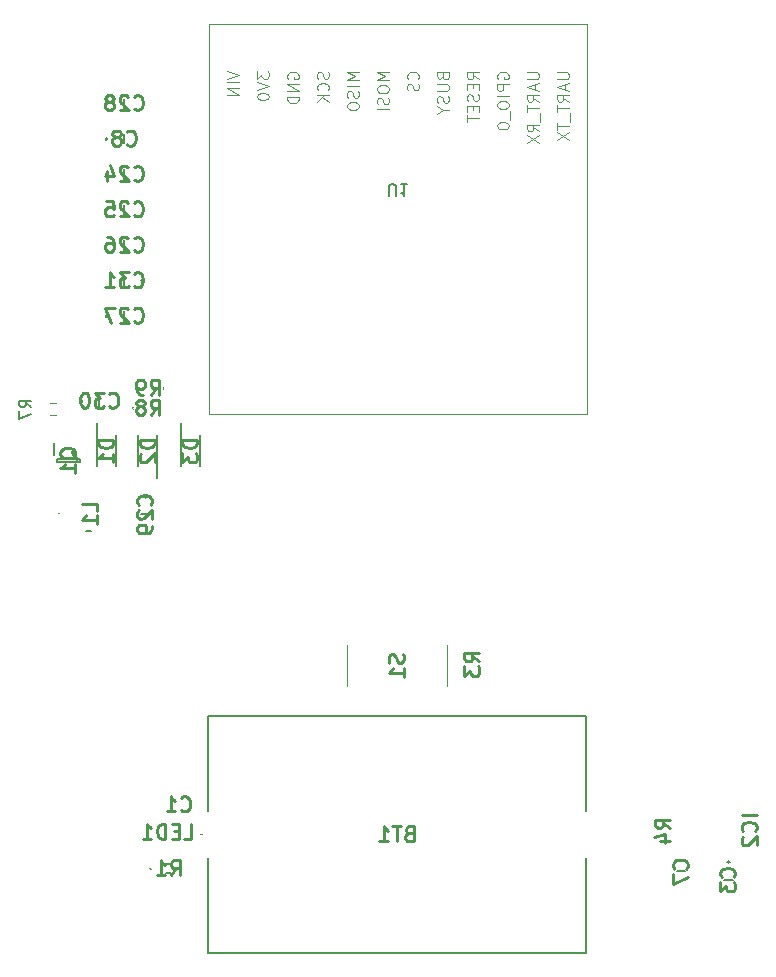
<source format=gbr>
%TF.GenerationSoftware,KiCad,Pcbnew,9.0.6*%
%TF.CreationDate,2025-12-08T21:47:26-05:00*%
%TF.ProjectId,electrical,656c6563-7472-4696-9361-6c2e6b696361,rev?*%
%TF.SameCoordinates,Original*%
%TF.FileFunction,Legend,Bot*%
%TF.FilePolarity,Positive*%
%FSLAX46Y46*%
G04 Gerber Fmt 4.6, Leading zero omitted, Abs format (unit mm)*
G04 Created by KiCad (PCBNEW 9.0.6) date 2025-12-08 21:47:26*
%MOMM*%
%LPD*%
G01*
G04 APERTURE LIST*
%ADD10C,0.254000*%
%ADD11C,0.150000*%
%ADD12C,0.100000*%
%ADD13C,0.200000*%
%ADD14C,0.120000*%
G04 APERTURE END LIST*
D10*
X138004318Y-98692618D02*
X136734318Y-98692618D01*
X136734318Y-98692618D02*
X136734318Y-98994999D01*
X136734318Y-98994999D02*
X136794794Y-99176428D01*
X136794794Y-99176428D02*
X136915746Y-99297380D01*
X136915746Y-99297380D02*
X137036699Y-99357857D01*
X137036699Y-99357857D02*
X137278603Y-99418333D01*
X137278603Y-99418333D02*
X137460032Y-99418333D01*
X137460032Y-99418333D02*
X137701937Y-99357857D01*
X137701937Y-99357857D02*
X137822889Y-99297380D01*
X137822889Y-99297380D02*
X137943842Y-99176428D01*
X137943842Y-99176428D02*
X138004318Y-98994999D01*
X138004318Y-98994999D02*
X138004318Y-98692618D01*
X136855270Y-99902142D02*
X136794794Y-99962618D01*
X136794794Y-99962618D02*
X136734318Y-100083571D01*
X136734318Y-100083571D02*
X136734318Y-100385952D01*
X136734318Y-100385952D02*
X136794794Y-100506904D01*
X136794794Y-100506904D02*
X136855270Y-100567380D01*
X136855270Y-100567380D02*
X136976222Y-100627857D01*
X136976222Y-100627857D02*
X137097175Y-100627857D01*
X137097175Y-100627857D02*
X137278603Y-100567380D01*
X137278603Y-100567380D02*
X138004318Y-99841666D01*
X138004318Y-99841666D02*
X138004318Y-100627857D01*
X188983518Y-130519037D02*
X187713518Y-130519037D01*
X188862565Y-131849514D02*
X188923042Y-131789038D01*
X188923042Y-131789038D02*
X188983518Y-131607609D01*
X188983518Y-131607609D02*
X188983518Y-131486657D01*
X188983518Y-131486657D02*
X188923042Y-131305228D01*
X188923042Y-131305228D02*
X188802089Y-131184276D01*
X188802089Y-131184276D02*
X188681137Y-131123799D01*
X188681137Y-131123799D02*
X188439232Y-131063323D01*
X188439232Y-131063323D02*
X188257803Y-131063323D01*
X188257803Y-131063323D02*
X188015899Y-131123799D01*
X188015899Y-131123799D02*
X187894946Y-131184276D01*
X187894946Y-131184276D02*
X187773994Y-131305228D01*
X187773994Y-131305228D02*
X187713518Y-131486657D01*
X187713518Y-131486657D02*
X187713518Y-131607609D01*
X187713518Y-131607609D02*
X187773994Y-131789038D01*
X187773994Y-131789038D02*
X187834470Y-131849514D01*
X187834470Y-132333323D02*
X187773994Y-132393799D01*
X187773994Y-132393799D02*
X187713518Y-132514752D01*
X187713518Y-132514752D02*
X187713518Y-132817133D01*
X187713518Y-132817133D02*
X187773994Y-132938085D01*
X187773994Y-132938085D02*
X187834470Y-132998561D01*
X187834470Y-132998561D02*
X187955422Y-133059038D01*
X187955422Y-133059038D02*
X188076375Y-133059038D01*
X188076375Y-133059038D02*
X188257803Y-132998561D01*
X188257803Y-132998561D02*
X188983518Y-132272847D01*
X188983518Y-132272847D02*
X188983518Y-133059038D01*
X136246428Y-88683365D02*
X136306904Y-88743842D01*
X136306904Y-88743842D02*
X136488333Y-88804318D01*
X136488333Y-88804318D02*
X136609285Y-88804318D01*
X136609285Y-88804318D02*
X136790714Y-88743842D01*
X136790714Y-88743842D02*
X136911666Y-88622889D01*
X136911666Y-88622889D02*
X136972143Y-88501937D01*
X136972143Y-88501937D02*
X137032619Y-88260032D01*
X137032619Y-88260032D02*
X137032619Y-88078603D01*
X137032619Y-88078603D02*
X136972143Y-87836699D01*
X136972143Y-87836699D02*
X136911666Y-87715746D01*
X136911666Y-87715746D02*
X136790714Y-87594794D01*
X136790714Y-87594794D02*
X136609285Y-87534318D01*
X136609285Y-87534318D02*
X136488333Y-87534318D01*
X136488333Y-87534318D02*
X136306904Y-87594794D01*
X136306904Y-87594794D02*
X136246428Y-87655270D01*
X135762619Y-87655270D02*
X135702143Y-87594794D01*
X135702143Y-87594794D02*
X135581190Y-87534318D01*
X135581190Y-87534318D02*
X135278809Y-87534318D01*
X135278809Y-87534318D02*
X135157857Y-87594794D01*
X135157857Y-87594794D02*
X135097381Y-87655270D01*
X135097381Y-87655270D02*
X135036904Y-87776222D01*
X135036904Y-87776222D02*
X135036904Y-87897175D01*
X135036904Y-87897175D02*
X135097381Y-88078603D01*
X135097381Y-88078603D02*
X135823095Y-88804318D01*
X135823095Y-88804318D02*
X135036904Y-88804318D01*
X134613571Y-87534318D02*
X133766904Y-87534318D01*
X133766904Y-87534318D02*
X134311190Y-88804318D01*
X139391666Y-135604318D02*
X139815000Y-134999556D01*
X140117381Y-135604318D02*
X140117381Y-134334318D01*
X140117381Y-134334318D02*
X139633571Y-134334318D01*
X139633571Y-134334318D02*
X139512619Y-134394794D01*
X139512619Y-134394794D02*
X139452142Y-134455270D01*
X139452142Y-134455270D02*
X139391666Y-134576222D01*
X139391666Y-134576222D02*
X139391666Y-134757651D01*
X139391666Y-134757651D02*
X139452142Y-134878603D01*
X139452142Y-134878603D02*
X139512619Y-134939080D01*
X139512619Y-134939080D02*
X139633571Y-134999556D01*
X139633571Y-134999556D02*
X140117381Y-134999556D01*
X138182142Y-135604318D02*
X138907857Y-135604318D01*
X138545000Y-135604318D02*
X138545000Y-134334318D01*
X138545000Y-134334318D02*
X138665952Y-134515746D01*
X138665952Y-134515746D02*
X138786904Y-134636699D01*
X138786904Y-134636699D02*
X138907857Y-134697175D01*
X134504318Y-98692618D02*
X133234318Y-98692618D01*
X133234318Y-98692618D02*
X133234318Y-98994999D01*
X133234318Y-98994999D02*
X133294794Y-99176428D01*
X133294794Y-99176428D02*
X133415746Y-99297380D01*
X133415746Y-99297380D02*
X133536699Y-99357857D01*
X133536699Y-99357857D02*
X133778603Y-99418333D01*
X133778603Y-99418333D02*
X133960032Y-99418333D01*
X133960032Y-99418333D02*
X134201937Y-99357857D01*
X134201937Y-99357857D02*
X134322889Y-99297380D01*
X134322889Y-99297380D02*
X134443842Y-99176428D01*
X134443842Y-99176428D02*
X134504318Y-98994999D01*
X134504318Y-98994999D02*
X134504318Y-98692618D01*
X134504318Y-100627857D02*
X134504318Y-99902142D01*
X134504318Y-100264999D02*
X133234318Y-100264999D01*
X133234318Y-100264999D02*
X133415746Y-100144047D01*
X133415746Y-100144047D02*
X133536699Y-100023095D01*
X133536699Y-100023095D02*
X133597175Y-99902142D01*
D11*
X127559819Y-95963333D02*
X127083628Y-95630000D01*
X127559819Y-95391905D02*
X126559819Y-95391905D01*
X126559819Y-95391905D02*
X126559819Y-95772857D01*
X126559819Y-95772857D02*
X126607438Y-95868095D01*
X126607438Y-95868095D02*
X126655057Y-95915714D01*
X126655057Y-95915714D02*
X126750295Y-95963333D01*
X126750295Y-95963333D02*
X126893152Y-95963333D01*
X126893152Y-95963333D02*
X126988390Y-95915714D01*
X126988390Y-95915714D02*
X127036009Y-95868095D01*
X127036009Y-95868095D02*
X127083628Y-95772857D01*
X127083628Y-95772857D02*
X127083628Y-95391905D01*
X126559819Y-96296667D02*
X126559819Y-96963333D01*
X126559819Y-96963333D02*
X127559819Y-96534762D01*
D10*
X165504318Y-117468333D02*
X164899556Y-117044999D01*
X165504318Y-116742618D02*
X164234318Y-116742618D01*
X164234318Y-116742618D02*
X164234318Y-117226428D01*
X164234318Y-117226428D02*
X164294794Y-117347380D01*
X164294794Y-117347380D02*
X164355270Y-117407857D01*
X164355270Y-117407857D02*
X164476222Y-117468333D01*
X164476222Y-117468333D02*
X164657651Y-117468333D01*
X164657651Y-117468333D02*
X164778603Y-117407857D01*
X164778603Y-117407857D02*
X164839080Y-117347380D01*
X164839080Y-117347380D02*
X164899556Y-117226428D01*
X164899556Y-117226428D02*
X164899556Y-116742618D01*
X164234318Y-117891666D02*
X164234318Y-118677857D01*
X164234318Y-118677857D02*
X164718127Y-118254523D01*
X164718127Y-118254523D02*
X164718127Y-118435952D01*
X164718127Y-118435952D02*
X164778603Y-118556904D01*
X164778603Y-118556904D02*
X164839080Y-118617380D01*
X164839080Y-118617380D02*
X164960032Y-118677857D01*
X164960032Y-118677857D02*
X165262413Y-118677857D01*
X165262413Y-118677857D02*
X165383365Y-118617380D01*
X165383365Y-118617380D02*
X165443842Y-118556904D01*
X165443842Y-118556904D02*
X165504318Y-118435952D01*
X165504318Y-118435952D02*
X165504318Y-118073095D01*
X165504318Y-118073095D02*
X165443842Y-117952142D01*
X165443842Y-117952142D02*
X165383365Y-117891666D01*
X136246428Y-85683365D02*
X136306904Y-85743842D01*
X136306904Y-85743842D02*
X136488333Y-85804318D01*
X136488333Y-85804318D02*
X136609285Y-85804318D01*
X136609285Y-85804318D02*
X136790714Y-85743842D01*
X136790714Y-85743842D02*
X136911666Y-85622889D01*
X136911666Y-85622889D02*
X136972143Y-85501937D01*
X136972143Y-85501937D02*
X137032619Y-85260032D01*
X137032619Y-85260032D02*
X137032619Y-85078603D01*
X137032619Y-85078603D02*
X136972143Y-84836699D01*
X136972143Y-84836699D02*
X136911666Y-84715746D01*
X136911666Y-84715746D02*
X136790714Y-84594794D01*
X136790714Y-84594794D02*
X136609285Y-84534318D01*
X136609285Y-84534318D02*
X136488333Y-84534318D01*
X136488333Y-84534318D02*
X136306904Y-84594794D01*
X136306904Y-84594794D02*
X136246428Y-84655270D01*
X135823095Y-84534318D02*
X135036904Y-84534318D01*
X135036904Y-84534318D02*
X135460238Y-85018127D01*
X135460238Y-85018127D02*
X135278809Y-85018127D01*
X135278809Y-85018127D02*
X135157857Y-85078603D01*
X135157857Y-85078603D02*
X135097381Y-85139080D01*
X135097381Y-85139080D02*
X135036904Y-85260032D01*
X135036904Y-85260032D02*
X135036904Y-85562413D01*
X135036904Y-85562413D02*
X135097381Y-85683365D01*
X135097381Y-85683365D02*
X135157857Y-85743842D01*
X135157857Y-85743842D02*
X135278809Y-85804318D01*
X135278809Y-85804318D02*
X135641666Y-85804318D01*
X135641666Y-85804318D02*
X135762619Y-85743842D01*
X135762619Y-85743842D02*
X135823095Y-85683365D01*
X133827380Y-85804318D02*
X134553095Y-85804318D01*
X134190238Y-85804318D02*
X134190238Y-84534318D01*
X134190238Y-84534318D02*
X134311190Y-84715746D01*
X134311190Y-84715746D02*
X134432142Y-84836699D01*
X134432142Y-84836699D02*
X134553095Y-84897175D01*
X135641666Y-73683365D02*
X135702142Y-73743842D01*
X135702142Y-73743842D02*
X135883571Y-73804318D01*
X135883571Y-73804318D02*
X136004523Y-73804318D01*
X136004523Y-73804318D02*
X136185952Y-73743842D01*
X136185952Y-73743842D02*
X136306904Y-73622889D01*
X136306904Y-73622889D02*
X136367381Y-73501937D01*
X136367381Y-73501937D02*
X136427857Y-73260032D01*
X136427857Y-73260032D02*
X136427857Y-73078603D01*
X136427857Y-73078603D02*
X136367381Y-72836699D01*
X136367381Y-72836699D02*
X136306904Y-72715746D01*
X136306904Y-72715746D02*
X136185952Y-72594794D01*
X136185952Y-72594794D02*
X136004523Y-72534318D01*
X136004523Y-72534318D02*
X135883571Y-72534318D01*
X135883571Y-72534318D02*
X135702142Y-72594794D01*
X135702142Y-72594794D02*
X135641666Y-72655270D01*
X134915952Y-73078603D02*
X135036904Y-73018127D01*
X135036904Y-73018127D02*
X135097381Y-72957651D01*
X135097381Y-72957651D02*
X135157857Y-72836699D01*
X135157857Y-72836699D02*
X135157857Y-72776222D01*
X135157857Y-72776222D02*
X135097381Y-72655270D01*
X135097381Y-72655270D02*
X135036904Y-72594794D01*
X135036904Y-72594794D02*
X134915952Y-72534318D01*
X134915952Y-72534318D02*
X134674047Y-72534318D01*
X134674047Y-72534318D02*
X134553095Y-72594794D01*
X134553095Y-72594794D02*
X134492619Y-72655270D01*
X134492619Y-72655270D02*
X134432142Y-72776222D01*
X134432142Y-72776222D02*
X134432142Y-72836699D01*
X134432142Y-72836699D02*
X134492619Y-72957651D01*
X134492619Y-72957651D02*
X134553095Y-73018127D01*
X134553095Y-73018127D02*
X134674047Y-73078603D01*
X134674047Y-73078603D02*
X134915952Y-73078603D01*
X134915952Y-73078603D02*
X135036904Y-73139080D01*
X135036904Y-73139080D02*
X135097381Y-73199556D01*
X135097381Y-73199556D02*
X135157857Y-73320508D01*
X135157857Y-73320508D02*
X135157857Y-73562413D01*
X135157857Y-73562413D02*
X135097381Y-73683365D01*
X135097381Y-73683365D02*
X135036904Y-73743842D01*
X135036904Y-73743842D02*
X134915952Y-73804318D01*
X134915952Y-73804318D02*
X134674047Y-73804318D01*
X134674047Y-73804318D02*
X134553095Y-73743842D01*
X134553095Y-73743842D02*
X134492619Y-73683365D01*
X134492619Y-73683365D02*
X134432142Y-73562413D01*
X134432142Y-73562413D02*
X134432142Y-73320508D01*
X134432142Y-73320508D02*
X134492619Y-73199556D01*
X134492619Y-73199556D02*
X134553095Y-73139080D01*
X134553095Y-73139080D02*
X134674047Y-73078603D01*
X133104318Y-104746333D02*
X133104318Y-104141571D01*
X133104318Y-104141571D02*
X131834318Y-104141571D01*
X133104318Y-105834905D02*
X133104318Y-105109190D01*
X133104318Y-105472047D02*
X131834318Y-105472047D01*
X131834318Y-105472047D02*
X132015746Y-105351095D01*
X132015746Y-105351095D02*
X132136699Y-105230143D01*
X132136699Y-105230143D02*
X132197175Y-105109190D01*
X181661918Y-131595133D02*
X181057156Y-131171799D01*
X181661918Y-130869418D02*
X180391918Y-130869418D01*
X180391918Y-130869418D02*
X180391918Y-131353228D01*
X180391918Y-131353228D02*
X180452394Y-131474180D01*
X180452394Y-131474180D02*
X180512870Y-131534657D01*
X180512870Y-131534657D02*
X180633822Y-131595133D01*
X180633822Y-131595133D02*
X180815251Y-131595133D01*
X180815251Y-131595133D02*
X180936203Y-131534657D01*
X180936203Y-131534657D02*
X180996680Y-131474180D01*
X180996680Y-131474180D02*
X181057156Y-131353228D01*
X181057156Y-131353228D02*
X181057156Y-130869418D01*
X180815251Y-132683704D02*
X181661918Y-132683704D01*
X180331442Y-132381323D02*
X181238584Y-132078942D01*
X181238584Y-132078942D02*
X181238584Y-132865133D01*
X137666666Y-96604318D02*
X138090000Y-95999556D01*
X138392381Y-96604318D02*
X138392381Y-95334318D01*
X138392381Y-95334318D02*
X137908571Y-95334318D01*
X137908571Y-95334318D02*
X137787619Y-95394794D01*
X137787619Y-95394794D02*
X137727142Y-95455270D01*
X137727142Y-95455270D02*
X137666666Y-95576222D01*
X137666666Y-95576222D02*
X137666666Y-95757651D01*
X137666666Y-95757651D02*
X137727142Y-95878603D01*
X137727142Y-95878603D02*
X137787619Y-95939080D01*
X137787619Y-95939080D02*
X137908571Y-95999556D01*
X137908571Y-95999556D02*
X138392381Y-95999556D01*
X136940952Y-95878603D02*
X137061904Y-95818127D01*
X137061904Y-95818127D02*
X137122381Y-95757651D01*
X137122381Y-95757651D02*
X137182857Y-95636699D01*
X137182857Y-95636699D02*
X137182857Y-95576222D01*
X137182857Y-95576222D02*
X137122381Y-95455270D01*
X137122381Y-95455270D02*
X137061904Y-95394794D01*
X137061904Y-95394794D02*
X136940952Y-95334318D01*
X136940952Y-95334318D02*
X136699047Y-95334318D01*
X136699047Y-95334318D02*
X136578095Y-95394794D01*
X136578095Y-95394794D02*
X136517619Y-95455270D01*
X136517619Y-95455270D02*
X136457142Y-95576222D01*
X136457142Y-95576222D02*
X136457142Y-95636699D01*
X136457142Y-95636699D02*
X136517619Y-95757651D01*
X136517619Y-95757651D02*
X136578095Y-95818127D01*
X136578095Y-95818127D02*
X136699047Y-95878603D01*
X136699047Y-95878603D02*
X136940952Y-95878603D01*
X136940952Y-95878603D02*
X137061904Y-95939080D01*
X137061904Y-95939080D02*
X137122381Y-95999556D01*
X137122381Y-95999556D02*
X137182857Y-96120508D01*
X137182857Y-96120508D02*
X137182857Y-96362413D01*
X137182857Y-96362413D02*
X137122381Y-96483365D01*
X137122381Y-96483365D02*
X137061904Y-96543842D01*
X137061904Y-96543842D02*
X136940952Y-96604318D01*
X136940952Y-96604318D02*
X136699047Y-96604318D01*
X136699047Y-96604318D02*
X136578095Y-96543842D01*
X136578095Y-96543842D02*
X136517619Y-96483365D01*
X136517619Y-96483365D02*
X136457142Y-96362413D01*
X136457142Y-96362413D02*
X136457142Y-96120508D01*
X136457142Y-96120508D02*
X136517619Y-95999556D01*
X136517619Y-95999556D02*
X136578095Y-95939080D01*
X136578095Y-95939080D02*
X136699047Y-95878603D01*
X159527856Y-132039080D02*
X159346428Y-132099556D01*
X159346428Y-132099556D02*
X159285951Y-132160032D01*
X159285951Y-132160032D02*
X159225475Y-132280984D01*
X159225475Y-132280984D02*
X159225475Y-132462413D01*
X159225475Y-132462413D02*
X159285951Y-132583365D01*
X159285951Y-132583365D02*
X159346428Y-132643842D01*
X159346428Y-132643842D02*
X159467380Y-132704318D01*
X159467380Y-132704318D02*
X159951190Y-132704318D01*
X159951190Y-132704318D02*
X159951190Y-131434318D01*
X159951190Y-131434318D02*
X159527856Y-131434318D01*
X159527856Y-131434318D02*
X159406904Y-131494794D01*
X159406904Y-131494794D02*
X159346428Y-131555270D01*
X159346428Y-131555270D02*
X159285951Y-131676222D01*
X159285951Y-131676222D02*
X159285951Y-131797175D01*
X159285951Y-131797175D02*
X159346428Y-131918127D01*
X159346428Y-131918127D02*
X159406904Y-131978603D01*
X159406904Y-131978603D02*
X159527856Y-132039080D01*
X159527856Y-132039080D02*
X159951190Y-132039080D01*
X158862618Y-131434318D02*
X158136904Y-131434318D01*
X158499761Y-132704318D02*
X158499761Y-131434318D01*
X157048332Y-132704318D02*
X157774047Y-132704318D01*
X157411190Y-132704318D02*
X157411190Y-131434318D01*
X157411190Y-131434318D02*
X157532142Y-131615746D01*
X157532142Y-131615746D02*
X157653094Y-131736699D01*
X157653094Y-131736699D02*
X157774047Y-131797175D01*
X141604318Y-98692618D02*
X140334318Y-98692618D01*
X140334318Y-98692618D02*
X140334318Y-98994999D01*
X140334318Y-98994999D02*
X140394794Y-99176428D01*
X140394794Y-99176428D02*
X140515746Y-99297380D01*
X140515746Y-99297380D02*
X140636699Y-99357857D01*
X140636699Y-99357857D02*
X140878603Y-99418333D01*
X140878603Y-99418333D02*
X141060032Y-99418333D01*
X141060032Y-99418333D02*
X141301937Y-99357857D01*
X141301937Y-99357857D02*
X141422889Y-99297380D01*
X141422889Y-99297380D02*
X141543842Y-99176428D01*
X141543842Y-99176428D02*
X141604318Y-98994999D01*
X141604318Y-98994999D02*
X141604318Y-98692618D01*
X140334318Y-99841666D02*
X140334318Y-100627857D01*
X140334318Y-100627857D02*
X140818127Y-100204523D01*
X140818127Y-100204523D02*
X140818127Y-100385952D01*
X140818127Y-100385952D02*
X140878603Y-100506904D01*
X140878603Y-100506904D02*
X140939080Y-100567380D01*
X140939080Y-100567380D02*
X141060032Y-100627857D01*
X141060032Y-100627857D02*
X141362413Y-100627857D01*
X141362413Y-100627857D02*
X141483365Y-100567380D01*
X141483365Y-100567380D02*
X141543842Y-100506904D01*
X141543842Y-100506904D02*
X141604318Y-100385952D01*
X141604318Y-100385952D02*
X141604318Y-100023095D01*
X141604318Y-100023095D02*
X141543842Y-99902142D01*
X141543842Y-99902142D02*
X141483365Y-99841666D01*
X140501190Y-132504318D02*
X141105952Y-132504318D01*
X141105952Y-132504318D02*
X141105952Y-131234318D01*
X140077857Y-131839080D02*
X139654523Y-131839080D01*
X139473095Y-132504318D02*
X140077857Y-132504318D01*
X140077857Y-132504318D02*
X140077857Y-131234318D01*
X140077857Y-131234318D02*
X139473095Y-131234318D01*
X138928809Y-132504318D02*
X138928809Y-131234318D01*
X138928809Y-131234318D02*
X138626428Y-131234318D01*
X138626428Y-131234318D02*
X138444999Y-131294794D01*
X138444999Y-131294794D02*
X138324047Y-131415746D01*
X138324047Y-131415746D02*
X138263570Y-131536699D01*
X138263570Y-131536699D02*
X138203094Y-131778603D01*
X138203094Y-131778603D02*
X138203094Y-131960032D01*
X138203094Y-131960032D02*
X138263570Y-132201937D01*
X138263570Y-132201937D02*
X138324047Y-132322889D01*
X138324047Y-132322889D02*
X138444999Y-132443842D01*
X138444999Y-132443842D02*
X138626428Y-132504318D01*
X138626428Y-132504318D02*
X138928809Y-132504318D01*
X136993570Y-132504318D02*
X137719285Y-132504318D01*
X137356428Y-132504318D02*
X137356428Y-131234318D01*
X137356428Y-131234318D02*
X137477380Y-131415746D01*
X137477380Y-131415746D02*
X137598332Y-131536699D01*
X137598332Y-131536699D02*
X137719285Y-131597175D01*
X136246428Y-82683365D02*
X136306904Y-82743842D01*
X136306904Y-82743842D02*
X136488333Y-82804318D01*
X136488333Y-82804318D02*
X136609285Y-82804318D01*
X136609285Y-82804318D02*
X136790714Y-82743842D01*
X136790714Y-82743842D02*
X136911666Y-82622889D01*
X136911666Y-82622889D02*
X136972143Y-82501937D01*
X136972143Y-82501937D02*
X137032619Y-82260032D01*
X137032619Y-82260032D02*
X137032619Y-82078603D01*
X137032619Y-82078603D02*
X136972143Y-81836699D01*
X136972143Y-81836699D02*
X136911666Y-81715746D01*
X136911666Y-81715746D02*
X136790714Y-81594794D01*
X136790714Y-81594794D02*
X136609285Y-81534318D01*
X136609285Y-81534318D02*
X136488333Y-81534318D01*
X136488333Y-81534318D02*
X136306904Y-81594794D01*
X136306904Y-81594794D02*
X136246428Y-81655270D01*
X135762619Y-81655270D02*
X135702143Y-81594794D01*
X135702143Y-81594794D02*
X135581190Y-81534318D01*
X135581190Y-81534318D02*
X135278809Y-81534318D01*
X135278809Y-81534318D02*
X135157857Y-81594794D01*
X135157857Y-81594794D02*
X135097381Y-81655270D01*
X135097381Y-81655270D02*
X135036904Y-81776222D01*
X135036904Y-81776222D02*
X135036904Y-81897175D01*
X135036904Y-81897175D02*
X135097381Y-82078603D01*
X135097381Y-82078603D02*
X135823095Y-82804318D01*
X135823095Y-82804318D02*
X135036904Y-82804318D01*
X133948333Y-81534318D02*
X134190238Y-81534318D01*
X134190238Y-81534318D02*
X134311190Y-81594794D01*
X134311190Y-81594794D02*
X134371666Y-81655270D01*
X134371666Y-81655270D02*
X134492619Y-81836699D01*
X134492619Y-81836699D02*
X134553095Y-82078603D01*
X134553095Y-82078603D02*
X134553095Y-82562413D01*
X134553095Y-82562413D02*
X134492619Y-82683365D01*
X134492619Y-82683365D02*
X134432142Y-82743842D01*
X134432142Y-82743842D02*
X134311190Y-82804318D01*
X134311190Y-82804318D02*
X134069285Y-82804318D01*
X134069285Y-82804318D02*
X133948333Y-82743842D01*
X133948333Y-82743842D02*
X133887857Y-82683365D01*
X133887857Y-82683365D02*
X133827380Y-82562413D01*
X133827380Y-82562413D02*
X133827380Y-82260032D01*
X133827380Y-82260032D02*
X133887857Y-82139080D01*
X133887857Y-82139080D02*
X133948333Y-82078603D01*
X133948333Y-82078603D02*
X134069285Y-82018127D01*
X134069285Y-82018127D02*
X134311190Y-82018127D01*
X134311190Y-82018127D02*
X134432142Y-82078603D01*
X134432142Y-82078603D02*
X134492619Y-82139080D01*
X134492619Y-82139080D02*
X134553095Y-82260032D01*
X134146428Y-95883365D02*
X134206904Y-95943842D01*
X134206904Y-95943842D02*
X134388333Y-96004318D01*
X134388333Y-96004318D02*
X134509285Y-96004318D01*
X134509285Y-96004318D02*
X134690714Y-95943842D01*
X134690714Y-95943842D02*
X134811666Y-95822889D01*
X134811666Y-95822889D02*
X134872143Y-95701937D01*
X134872143Y-95701937D02*
X134932619Y-95460032D01*
X134932619Y-95460032D02*
X134932619Y-95278603D01*
X134932619Y-95278603D02*
X134872143Y-95036699D01*
X134872143Y-95036699D02*
X134811666Y-94915746D01*
X134811666Y-94915746D02*
X134690714Y-94794794D01*
X134690714Y-94794794D02*
X134509285Y-94734318D01*
X134509285Y-94734318D02*
X134388333Y-94734318D01*
X134388333Y-94734318D02*
X134206904Y-94794794D01*
X134206904Y-94794794D02*
X134146428Y-94855270D01*
X133723095Y-94734318D02*
X132936904Y-94734318D01*
X132936904Y-94734318D02*
X133360238Y-95218127D01*
X133360238Y-95218127D02*
X133178809Y-95218127D01*
X133178809Y-95218127D02*
X133057857Y-95278603D01*
X133057857Y-95278603D02*
X132997381Y-95339080D01*
X132997381Y-95339080D02*
X132936904Y-95460032D01*
X132936904Y-95460032D02*
X132936904Y-95762413D01*
X132936904Y-95762413D02*
X132997381Y-95883365D01*
X132997381Y-95883365D02*
X133057857Y-95943842D01*
X133057857Y-95943842D02*
X133178809Y-96004318D01*
X133178809Y-96004318D02*
X133541666Y-96004318D01*
X133541666Y-96004318D02*
X133662619Y-95943842D01*
X133662619Y-95943842D02*
X133723095Y-95883365D01*
X132150714Y-94734318D02*
X132029761Y-94734318D01*
X132029761Y-94734318D02*
X131908809Y-94794794D01*
X131908809Y-94794794D02*
X131848333Y-94855270D01*
X131848333Y-94855270D02*
X131787857Y-94976222D01*
X131787857Y-94976222D02*
X131727380Y-95218127D01*
X131727380Y-95218127D02*
X131727380Y-95520508D01*
X131727380Y-95520508D02*
X131787857Y-95762413D01*
X131787857Y-95762413D02*
X131848333Y-95883365D01*
X131848333Y-95883365D02*
X131908809Y-95943842D01*
X131908809Y-95943842D02*
X132029761Y-96004318D01*
X132029761Y-96004318D02*
X132150714Y-96004318D01*
X132150714Y-96004318D02*
X132271666Y-95943842D01*
X132271666Y-95943842D02*
X132332142Y-95883365D01*
X132332142Y-95883365D02*
X132392619Y-95762413D01*
X132392619Y-95762413D02*
X132453095Y-95520508D01*
X132453095Y-95520508D02*
X132453095Y-95218127D01*
X132453095Y-95218127D02*
X132392619Y-94976222D01*
X132392619Y-94976222D02*
X132332142Y-94855270D01*
X132332142Y-94855270D02*
X132271666Y-94794794D01*
X132271666Y-94794794D02*
X132150714Y-94734318D01*
X137683365Y-104213571D02*
X137743842Y-104153095D01*
X137743842Y-104153095D02*
X137804318Y-103971666D01*
X137804318Y-103971666D02*
X137804318Y-103850714D01*
X137804318Y-103850714D02*
X137743842Y-103669285D01*
X137743842Y-103669285D02*
X137622889Y-103548333D01*
X137622889Y-103548333D02*
X137501937Y-103487856D01*
X137501937Y-103487856D02*
X137260032Y-103427380D01*
X137260032Y-103427380D02*
X137078603Y-103427380D01*
X137078603Y-103427380D02*
X136836699Y-103487856D01*
X136836699Y-103487856D02*
X136715746Y-103548333D01*
X136715746Y-103548333D02*
X136594794Y-103669285D01*
X136594794Y-103669285D02*
X136534318Y-103850714D01*
X136534318Y-103850714D02*
X136534318Y-103971666D01*
X136534318Y-103971666D02*
X136594794Y-104153095D01*
X136594794Y-104153095D02*
X136655270Y-104213571D01*
X136655270Y-104697380D02*
X136594794Y-104757856D01*
X136594794Y-104757856D02*
X136534318Y-104878809D01*
X136534318Y-104878809D02*
X136534318Y-105181190D01*
X136534318Y-105181190D02*
X136594794Y-105302142D01*
X136594794Y-105302142D02*
X136655270Y-105362618D01*
X136655270Y-105362618D02*
X136776222Y-105423095D01*
X136776222Y-105423095D02*
X136897175Y-105423095D01*
X136897175Y-105423095D02*
X137078603Y-105362618D01*
X137078603Y-105362618D02*
X137804318Y-104636904D01*
X137804318Y-104636904D02*
X137804318Y-105423095D01*
X137804318Y-106027857D02*
X137804318Y-106269761D01*
X137804318Y-106269761D02*
X137743842Y-106390714D01*
X137743842Y-106390714D02*
X137683365Y-106451190D01*
X137683365Y-106451190D02*
X137501937Y-106572142D01*
X137501937Y-106572142D02*
X137260032Y-106632619D01*
X137260032Y-106632619D02*
X136776222Y-106632619D01*
X136776222Y-106632619D02*
X136655270Y-106572142D01*
X136655270Y-106572142D02*
X136594794Y-106511666D01*
X136594794Y-106511666D02*
X136534318Y-106390714D01*
X136534318Y-106390714D02*
X136534318Y-106148809D01*
X136534318Y-106148809D02*
X136594794Y-106027857D01*
X136594794Y-106027857D02*
X136655270Y-105967380D01*
X136655270Y-105967380D02*
X136776222Y-105906904D01*
X136776222Y-105906904D02*
X137078603Y-105906904D01*
X137078603Y-105906904D02*
X137199556Y-105967380D01*
X137199556Y-105967380D02*
X137260032Y-106027857D01*
X137260032Y-106027857D02*
X137320508Y-106148809D01*
X137320508Y-106148809D02*
X137320508Y-106390714D01*
X137320508Y-106390714D02*
X137260032Y-106511666D01*
X137260032Y-106511666D02*
X137199556Y-106572142D01*
X137199556Y-106572142D02*
X137078603Y-106632619D01*
X131425270Y-100359047D02*
X131364794Y-100238095D01*
X131364794Y-100238095D02*
X131243842Y-100117142D01*
X131243842Y-100117142D02*
X131062413Y-99935714D01*
X131062413Y-99935714D02*
X131001937Y-99814761D01*
X131001937Y-99814761D02*
X131001937Y-99693809D01*
X131304318Y-99754285D02*
X131243842Y-99633333D01*
X131243842Y-99633333D02*
X131122889Y-99512380D01*
X131122889Y-99512380D02*
X130880984Y-99451904D01*
X130880984Y-99451904D02*
X130457651Y-99451904D01*
X130457651Y-99451904D02*
X130215746Y-99512380D01*
X130215746Y-99512380D02*
X130094794Y-99633333D01*
X130094794Y-99633333D02*
X130034318Y-99754285D01*
X130034318Y-99754285D02*
X130034318Y-99996190D01*
X130034318Y-99996190D02*
X130094794Y-100117142D01*
X130094794Y-100117142D02*
X130215746Y-100238095D01*
X130215746Y-100238095D02*
X130457651Y-100298571D01*
X130457651Y-100298571D02*
X130880984Y-100298571D01*
X130880984Y-100298571D02*
X131122889Y-100238095D01*
X131122889Y-100238095D02*
X131243842Y-100117142D01*
X131243842Y-100117142D02*
X131304318Y-99996190D01*
X131304318Y-99996190D02*
X131304318Y-99754285D01*
X131304318Y-101508095D02*
X131304318Y-100782380D01*
X131304318Y-101145237D02*
X130034318Y-101145237D01*
X130034318Y-101145237D02*
X130215746Y-101024285D01*
X130215746Y-101024285D02*
X130336699Y-100903333D01*
X130336699Y-100903333D02*
X130397175Y-100782380D01*
X136246428Y-70683365D02*
X136306904Y-70743842D01*
X136306904Y-70743842D02*
X136488333Y-70804318D01*
X136488333Y-70804318D02*
X136609285Y-70804318D01*
X136609285Y-70804318D02*
X136790714Y-70743842D01*
X136790714Y-70743842D02*
X136911666Y-70622889D01*
X136911666Y-70622889D02*
X136972143Y-70501937D01*
X136972143Y-70501937D02*
X137032619Y-70260032D01*
X137032619Y-70260032D02*
X137032619Y-70078603D01*
X137032619Y-70078603D02*
X136972143Y-69836699D01*
X136972143Y-69836699D02*
X136911666Y-69715746D01*
X136911666Y-69715746D02*
X136790714Y-69594794D01*
X136790714Y-69594794D02*
X136609285Y-69534318D01*
X136609285Y-69534318D02*
X136488333Y-69534318D01*
X136488333Y-69534318D02*
X136306904Y-69594794D01*
X136306904Y-69594794D02*
X136246428Y-69655270D01*
X135762619Y-69655270D02*
X135702143Y-69594794D01*
X135702143Y-69594794D02*
X135581190Y-69534318D01*
X135581190Y-69534318D02*
X135278809Y-69534318D01*
X135278809Y-69534318D02*
X135157857Y-69594794D01*
X135157857Y-69594794D02*
X135097381Y-69655270D01*
X135097381Y-69655270D02*
X135036904Y-69776222D01*
X135036904Y-69776222D02*
X135036904Y-69897175D01*
X135036904Y-69897175D02*
X135097381Y-70078603D01*
X135097381Y-70078603D02*
X135823095Y-70804318D01*
X135823095Y-70804318D02*
X135036904Y-70804318D01*
X134311190Y-70078603D02*
X134432142Y-70018127D01*
X134432142Y-70018127D02*
X134492619Y-69957651D01*
X134492619Y-69957651D02*
X134553095Y-69836699D01*
X134553095Y-69836699D02*
X134553095Y-69776222D01*
X134553095Y-69776222D02*
X134492619Y-69655270D01*
X134492619Y-69655270D02*
X134432142Y-69594794D01*
X134432142Y-69594794D02*
X134311190Y-69534318D01*
X134311190Y-69534318D02*
X134069285Y-69534318D01*
X134069285Y-69534318D02*
X133948333Y-69594794D01*
X133948333Y-69594794D02*
X133887857Y-69655270D01*
X133887857Y-69655270D02*
X133827380Y-69776222D01*
X133827380Y-69776222D02*
X133827380Y-69836699D01*
X133827380Y-69836699D02*
X133887857Y-69957651D01*
X133887857Y-69957651D02*
X133948333Y-70018127D01*
X133948333Y-70018127D02*
X134069285Y-70078603D01*
X134069285Y-70078603D02*
X134311190Y-70078603D01*
X134311190Y-70078603D02*
X134432142Y-70139080D01*
X134432142Y-70139080D02*
X134492619Y-70199556D01*
X134492619Y-70199556D02*
X134553095Y-70320508D01*
X134553095Y-70320508D02*
X134553095Y-70562413D01*
X134553095Y-70562413D02*
X134492619Y-70683365D01*
X134492619Y-70683365D02*
X134432142Y-70743842D01*
X134432142Y-70743842D02*
X134311190Y-70804318D01*
X134311190Y-70804318D02*
X134069285Y-70804318D01*
X134069285Y-70804318D02*
X133948333Y-70743842D01*
X133948333Y-70743842D02*
X133887857Y-70683365D01*
X133887857Y-70683365D02*
X133827380Y-70562413D01*
X133827380Y-70562413D02*
X133827380Y-70320508D01*
X133827380Y-70320508D02*
X133887857Y-70199556D01*
X133887857Y-70199556D02*
X133948333Y-70139080D01*
X133948333Y-70139080D02*
X134069285Y-70078603D01*
X136246428Y-79683365D02*
X136306904Y-79743842D01*
X136306904Y-79743842D02*
X136488333Y-79804318D01*
X136488333Y-79804318D02*
X136609285Y-79804318D01*
X136609285Y-79804318D02*
X136790714Y-79743842D01*
X136790714Y-79743842D02*
X136911666Y-79622889D01*
X136911666Y-79622889D02*
X136972143Y-79501937D01*
X136972143Y-79501937D02*
X137032619Y-79260032D01*
X137032619Y-79260032D02*
X137032619Y-79078603D01*
X137032619Y-79078603D02*
X136972143Y-78836699D01*
X136972143Y-78836699D02*
X136911666Y-78715746D01*
X136911666Y-78715746D02*
X136790714Y-78594794D01*
X136790714Y-78594794D02*
X136609285Y-78534318D01*
X136609285Y-78534318D02*
X136488333Y-78534318D01*
X136488333Y-78534318D02*
X136306904Y-78594794D01*
X136306904Y-78594794D02*
X136246428Y-78655270D01*
X135762619Y-78655270D02*
X135702143Y-78594794D01*
X135702143Y-78594794D02*
X135581190Y-78534318D01*
X135581190Y-78534318D02*
X135278809Y-78534318D01*
X135278809Y-78534318D02*
X135157857Y-78594794D01*
X135157857Y-78594794D02*
X135097381Y-78655270D01*
X135097381Y-78655270D02*
X135036904Y-78776222D01*
X135036904Y-78776222D02*
X135036904Y-78897175D01*
X135036904Y-78897175D02*
X135097381Y-79078603D01*
X135097381Y-79078603D02*
X135823095Y-79804318D01*
X135823095Y-79804318D02*
X135036904Y-79804318D01*
X133887857Y-78534318D02*
X134492619Y-78534318D01*
X134492619Y-78534318D02*
X134553095Y-79139080D01*
X134553095Y-79139080D02*
X134492619Y-79078603D01*
X134492619Y-79078603D02*
X134371666Y-79018127D01*
X134371666Y-79018127D02*
X134069285Y-79018127D01*
X134069285Y-79018127D02*
X133948333Y-79078603D01*
X133948333Y-79078603D02*
X133887857Y-79139080D01*
X133887857Y-79139080D02*
X133827380Y-79260032D01*
X133827380Y-79260032D02*
X133827380Y-79562413D01*
X133827380Y-79562413D02*
X133887857Y-79683365D01*
X133887857Y-79683365D02*
X133948333Y-79743842D01*
X133948333Y-79743842D02*
X134069285Y-79804318D01*
X134069285Y-79804318D02*
X134371666Y-79804318D01*
X134371666Y-79804318D02*
X134492619Y-79743842D01*
X134492619Y-79743842D02*
X134553095Y-79683365D01*
X187040965Y-135745133D02*
X187101442Y-135684657D01*
X187101442Y-135684657D02*
X187161918Y-135503228D01*
X187161918Y-135503228D02*
X187161918Y-135382276D01*
X187161918Y-135382276D02*
X187101442Y-135200847D01*
X187101442Y-135200847D02*
X186980489Y-135079895D01*
X186980489Y-135079895D02*
X186859537Y-135019418D01*
X186859537Y-135019418D02*
X186617632Y-134958942D01*
X186617632Y-134958942D02*
X186436203Y-134958942D01*
X186436203Y-134958942D02*
X186194299Y-135019418D01*
X186194299Y-135019418D02*
X186073346Y-135079895D01*
X186073346Y-135079895D02*
X185952394Y-135200847D01*
X185952394Y-135200847D02*
X185891918Y-135382276D01*
X185891918Y-135382276D02*
X185891918Y-135503228D01*
X185891918Y-135503228D02*
X185952394Y-135684657D01*
X185952394Y-135684657D02*
X186012870Y-135745133D01*
X185891918Y-136168466D02*
X185891918Y-136954657D01*
X185891918Y-136954657D02*
X186375727Y-136531323D01*
X186375727Y-136531323D02*
X186375727Y-136712752D01*
X186375727Y-136712752D02*
X186436203Y-136833704D01*
X186436203Y-136833704D02*
X186496680Y-136894180D01*
X186496680Y-136894180D02*
X186617632Y-136954657D01*
X186617632Y-136954657D02*
X186920013Y-136954657D01*
X186920013Y-136954657D02*
X187040965Y-136894180D01*
X187040965Y-136894180D02*
X187101442Y-136833704D01*
X187101442Y-136833704D02*
X187161918Y-136712752D01*
X187161918Y-136712752D02*
X187161918Y-136349895D01*
X187161918Y-136349895D02*
X187101442Y-136228942D01*
X187101442Y-136228942D02*
X187040965Y-136168466D01*
X159043842Y-116862380D02*
X159104318Y-117043809D01*
X159104318Y-117043809D02*
X159104318Y-117346190D01*
X159104318Y-117346190D02*
X159043842Y-117467142D01*
X159043842Y-117467142D02*
X158983365Y-117527618D01*
X158983365Y-117527618D02*
X158862413Y-117588095D01*
X158862413Y-117588095D02*
X158741461Y-117588095D01*
X158741461Y-117588095D02*
X158620508Y-117527618D01*
X158620508Y-117527618D02*
X158560032Y-117467142D01*
X158560032Y-117467142D02*
X158499556Y-117346190D01*
X158499556Y-117346190D02*
X158439080Y-117104285D01*
X158439080Y-117104285D02*
X158378603Y-116983333D01*
X158378603Y-116983333D02*
X158318127Y-116922856D01*
X158318127Y-116922856D02*
X158197175Y-116862380D01*
X158197175Y-116862380D02*
X158076222Y-116862380D01*
X158076222Y-116862380D02*
X157955270Y-116922856D01*
X157955270Y-116922856D02*
X157894794Y-116983333D01*
X157894794Y-116983333D02*
X157834318Y-117104285D01*
X157834318Y-117104285D02*
X157834318Y-117406666D01*
X157834318Y-117406666D02*
X157894794Y-117588095D01*
X159104318Y-118797619D02*
X159104318Y-118071904D01*
X159104318Y-118434761D02*
X157834318Y-118434761D01*
X157834318Y-118434761D02*
X158015746Y-118313809D01*
X158015746Y-118313809D02*
X158136699Y-118192857D01*
X158136699Y-118192857D02*
X158197175Y-118071904D01*
X136246428Y-76683365D02*
X136306904Y-76743842D01*
X136306904Y-76743842D02*
X136488333Y-76804318D01*
X136488333Y-76804318D02*
X136609285Y-76804318D01*
X136609285Y-76804318D02*
X136790714Y-76743842D01*
X136790714Y-76743842D02*
X136911666Y-76622889D01*
X136911666Y-76622889D02*
X136972143Y-76501937D01*
X136972143Y-76501937D02*
X137032619Y-76260032D01*
X137032619Y-76260032D02*
X137032619Y-76078603D01*
X137032619Y-76078603D02*
X136972143Y-75836699D01*
X136972143Y-75836699D02*
X136911666Y-75715746D01*
X136911666Y-75715746D02*
X136790714Y-75594794D01*
X136790714Y-75594794D02*
X136609285Y-75534318D01*
X136609285Y-75534318D02*
X136488333Y-75534318D01*
X136488333Y-75534318D02*
X136306904Y-75594794D01*
X136306904Y-75594794D02*
X136246428Y-75655270D01*
X135762619Y-75655270D02*
X135702143Y-75594794D01*
X135702143Y-75594794D02*
X135581190Y-75534318D01*
X135581190Y-75534318D02*
X135278809Y-75534318D01*
X135278809Y-75534318D02*
X135157857Y-75594794D01*
X135157857Y-75594794D02*
X135097381Y-75655270D01*
X135097381Y-75655270D02*
X135036904Y-75776222D01*
X135036904Y-75776222D02*
X135036904Y-75897175D01*
X135036904Y-75897175D02*
X135097381Y-76078603D01*
X135097381Y-76078603D02*
X135823095Y-76804318D01*
X135823095Y-76804318D02*
X135036904Y-76804318D01*
X133948333Y-75957651D02*
X133948333Y-76804318D01*
X134250714Y-75473842D02*
X134553095Y-76380984D01*
X134553095Y-76380984D02*
X133766904Y-76380984D01*
X137666666Y-94904318D02*
X138090000Y-94299556D01*
X138392381Y-94904318D02*
X138392381Y-93634318D01*
X138392381Y-93634318D02*
X137908571Y-93634318D01*
X137908571Y-93634318D02*
X137787619Y-93694794D01*
X137787619Y-93694794D02*
X137727142Y-93755270D01*
X137727142Y-93755270D02*
X137666666Y-93876222D01*
X137666666Y-93876222D02*
X137666666Y-94057651D01*
X137666666Y-94057651D02*
X137727142Y-94178603D01*
X137727142Y-94178603D02*
X137787619Y-94239080D01*
X137787619Y-94239080D02*
X137908571Y-94299556D01*
X137908571Y-94299556D02*
X138392381Y-94299556D01*
X137061904Y-94904318D02*
X136820000Y-94904318D01*
X136820000Y-94904318D02*
X136699047Y-94843842D01*
X136699047Y-94843842D02*
X136638571Y-94783365D01*
X136638571Y-94783365D02*
X136517619Y-94601937D01*
X136517619Y-94601937D02*
X136457142Y-94360032D01*
X136457142Y-94360032D02*
X136457142Y-93876222D01*
X136457142Y-93876222D02*
X136517619Y-93755270D01*
X136517619Y-93755270D02*
X136578095Y-93694794D01*
X136578095Y-93694794D02*
X136699047Y-93634318D01*
X136699047Y-93634318D02*
X136940952Y-93634318D01*
X136940952Y-93634318D02*
X137061904Y-93694794D01*
X137061904Y-93694794D02*
X137122381Y-93755270D01*
X137122381Y-93755270D02*
X137182857Y-93876222D01*
X137182857Y-93876222D02*
X137182857Y-94178603D01*
X137182857Y-94178603D02*
X137122381Y-94299556D01*
X137122381Y-94299556D02*
X137061904Y-94360032D01*
X137061904Y-94360032D02*
X136940952Y-94420508D01*
X136940952Y-94420508D02*
X136699047Y-94420508D01*
X136699047Y-94420508D02*
X136578095Y-94360032D01*
X136578095Y-94360032D02*
X136517619Y-94299556D01*
X136517619Y-94299556D02*
X136457142Y-94178603D01*
X140241666Y-130058365D02*
X140302142Y-130118842D01*
X140302142Y-130118842D02*
X140483571Y-130179318D01*
X140483571Y-130179318D02*
X140604523Y-130179318D01*
X140604523Y-130179318D02*
X140785952Y-130118842D01*
X140785952Y-130118842D02*
X140906904Y-129997889D01*
X140906904Y-129997889D02*
X140967381Y-129876937D01*
X140967381Y-129876937D02*
X141027857Y-129635032D01*
X141027857Y-129635032D02*
X141027857Y-129453603D01*
X141027857Y-129453603D02*
X140967381Y-129211699D01*
X140967381Y-129211699D02*
X140906904Y-129090746D01*
X140906904Y-129090746D02*
X140785952Y-128969794D01*
X140785952Y-128969794D02*
X140604523Y-128909318D01*
X140604523Y-128909318D02*
X140483571Y-128909318D01*
X140483571Y-128909318D02*
X140302142Y-128969794D01*
X140302142Y-128969794D02*
X140241666Y-129030270D01*
X139032142Y-130179318D02*
X139757857Y-130179318D01*
X139395000Y-130179318D02*
X139395000Y-128909318D01*
X139395000Y-128909318D02*
X139515952Y-129090746D01*
X139515952Y-129090746D02*
X139636904Y-129211699D01*
X139636904Y-129211699D02*
X139757857Y-129272175D01*
X183040965Y-135045133D02*
X183101442Y-134984657D01*
X183101442Y-134984657D02*
X183161918Y-134803228D01*
X183161918Y-134803228D02*
X183161918Y-134682276D01*
X183161918Y-134682276D02*
X183101442Y-134500847D01*
X183101442Y-134500847D02*
X182980489Y-134379895D01*
X182980489Y-134379895D02*
X182859537Y-134319418D01*
X182859537Y-134319418D02*
X182617632Y-134258942D01*
X182617632Y-134258942D02*
X182436203Y-134258942D01*
X182436203Y-134258942D02*
X182194299Y-134319418D01*
X182194299Y-134319418D02*
X182073346Y-134379895D01*
X182073346Y-134379895D02*
X181952394Y-134500847D01*
X181952394Y-134500847D02*
X181891918Y-134682276D01*
X181891918Y-134682276D02*
X181891918Y-134803228D01*
X181891918Y-134803228D02*
X181952394Y-134984657D01*
X181952394Y-134984657D02*
X182012870Y-135045133D01*
X181891918Y-135468466D02*
X181891918Y-136315133D01*
X181891918Y-136315133D02*
X183161918Y-135770847D01*
D11*
X157838095Y-78075180D02*
X157838095Y-77265657D01*
X157838095Y-77265657D02*
X157885714Y-77170419D01*
X157885714Y-77170419D02*
X157933333Y-77122800D01*
X157933333Y-77122800D02*
X158028571Y-77075180D01*
X158028571Y-77075180D02*
X158219047Y-77075180D01*
X158219047Y-77075180D02*
X158314285Y-77122800D01*
X158314285Y-77122800D02*
X158361904Y-77170419D01*
X158361904Y-77170419D02*
X158409523Y-77265657D01*
X158409523Y-77265657D02*
X158409523Y-78075180D01*
X159409523Y-77075180D02*
X158838095Y-77075180D01*
X159123809Y-77075180D02*
X159123809Y-78075180D01*
X159123809Y-78075180D02*
X159028571Y-77932323D01*
X159028571Y-77932323D02*
X158933333Y-77837085D01*
X158933333Y-77837085D02*
X158838095Y-77789466D01*
D12*
X165457419Y-68175312D02*
X164981228Y-67841979D01*
X165457419Y-67603884D02*
X164457419Y-67603884D01*
X164457419Y-67603884D02*
X164457419Y-67984836D01*
X164457419Y-67984836D02*
X164505038Y-68080074D01*
X164505038Y-68080074D02*
X164552657Y-68127693D01*
X164552657Y-68127693D02*
X164647895Y-68175312D01*
X164647895Y-68175312D02*
X164790752Y-68175312D01*
X164790752Y-68175312D02*
X164885990Y-68127693D01*
X164885990Y-68127693D02*
X164933609Y-68080074D01*
X164933609Y-68080074D02*
X164981228Y-67984836D01*
X164981228Y-67984836D02*
X164981228Y-67603884D01*
X164933609Y-68603884D02*
X164933609Y-68937217D01*
X165457419Y-69080074D02*
X165457419Y-68603884D01*
X165457419Y-68603884D02*
X164457419Y-68603884D01*
X164457419Y-68603884D02*
X164457419Y-69080074D01*
X165409800Y-69461027D02*
X165457419Y-69603884D01*
X165457419Y-69603884D02*
X165457419Y-69841979D01*
X165457419Y-69841979D02*
X165409800Y-69937217D01*
X165409800Y-69937217D02*
X165362180Y-69984836D01*
X165362180Y-69984836D02*
X165266942Y-70032455D01*
X165266942Y-70032455D02*
X165171704Y-70032455D01*
X165171704Y-70032455D02*
X165076466Y-69984836D01*
X165076466Y-69984836D02*
X165028847Y-69937217D01*
X165028847Y-69937217D02*
X164981228Y-69841979D01*
X164981228Y-69841979D02*
X164933609Y-69651503D01*
X164933609Y-69651503D02*
X164885990Y-69556265D01*
X164885990Y-69556265D02*
X164838371Y-69508646D01*
X164838371Y-69508646D02*
X164743133Y-69461027D01*
X164743133Y-69461027D02*
X164647895Y-69461027D01*
X164647895Y-69461027D02*
X164552657Y-69508646D01*
X164552657Y-69508646D02*
X164505038Y-69556265D01*
X164505038Y-69556265D02*
X164457419Y-69651503D01*
X164457419Y-69651503D02*
X164457419Y-69889598D01*
X164457419Y-69889598D02*
X164505038Y-70032455D01*
X164933609Y-70461027D02*
X164933609Y-70794360D01*
X165457419Y-70937217D02*
X165457419Y-70461027D01*
X165457419Y-70461027D02*
X164457419Y-70461027D01*
X164457419Y-70461027D02*
X164457419Y-70937217D01*
X164457419Y-71222932D02*
X164457419Y-71794360D01*
X165457419Y-71508646D02*
X164457419Y-71508646D01*
X162393609Y-67937217D02*
X162441228Y-68080074D01*
X162441228Y-68080074D02*
X162488847Y-68127693D01*
X162488847Y-68127693D02*
X162584085Y-68175312D01*
X162584085Y-68175312D02*
X162726942Y-68175312D01*
X162726942Y-68175312D02*
X162822180Y-68127693D01*
X162822180Y-68127693D02*
X162869800Y-68080074D01*
X162869800Y-68080074D02*
X162917419Y-67984836D01*
X162917419Y-67984836D02*
X162917419Y-67603884D01*
X162917419Y-67603884D02*
X161917419Y-67603884D01*
X161917419Y-67603884D02*
X161917419Y-67937217D01*
X161917419Y-67937217D02*
X161965038Y-68032455D01*
X161965038Y-68032455D02*
X162012657Y-68080074D01*
X162012657Y-68080074D02*
X162107895Y-68127693D01*
X162107895Y-68127693D02*
X162203133Y-68127693D01*
X162203133Y-68127693D02*
X162298371Y-68080074D01*
X162298371Y-68080074D02*
X162345990Y-68032455D01*
X162345990Y-68032455D02*
X162393609Y-67937217D01*
X162393609Y-67937217D02*
X162393609Y-67603884D01*
X161917419Y-68603884D02*
X162726942Y-68603884D01*
X162726942Y-68603884D02*
X162822180Y-68651503D01*
X162822180Y-68651503D02*
X162869800Y-68699122D01*
X162869800Y-68699122D02*
X162917419Y-68794360D01*
X162917419Y-68794360D02*
X162917419Y-68984836D01*
X162917419Y-68984836D02*
X162869800Y-69080074D01*
X162869800Y-69080074D02*
X162822180Y-69127693D01*
X162822180Y-69127693D02*
X162726942Y-69175312D01*
X162726942Y-69175312D02*
X161917419Y-69175312D01*
X162869800Y-69603884D02*
X162917419Y-69746741D01*
X162917419Y-69746741D02*
X162917419Y-69984836D01*
X162917419Y-69984836D02*
X162869800Y-70080074D01*
X162869800Y-70080074D02*
X162822180Y-70127693D01*
X162822180Y-70127693D02*
X162726942Y-70175312D01*
X162726942Y-70175312D02*
X162631704Y-70175312D01*
X162631704Y-70175312D02*
X162536466Y-70127693D01*
X162536466Y-70127693D02*
X162488847Y-70080074D01*
X162488847Y-70080074D02*
X162441228Y-69984836D01*
X162441228Y-69984836D02*
X162393609Y-69794360D01*
X162393609Y-69794360D02*
X162345990Y-69699122D01*
X162345990Y-69699122D02*
X162298371Y-69651503D01*
X162298371Y-69651503D02*
X162203133Y-69603884D01*
X162203133Y-69603884D02*
X162107895Y-69603884D01*
X162107895Y-69603884D02*
X162012657Y-69651503D01*
X162012657Y-69651503D02*
X161965038Y-69699122D01*
X161965038Y-69699122D02*
X161917419Y-69794360D01*
X161917419Y-69794360D02*
X161917419Y-70032455D01*
X161917419Y-70032455D02*
X161965038Y-70175312D01*
X162441228Y-70794360D02*
X162917419Y-70794360D01*
X161917419Y-70461027D02*
X162441228Y-70794360D01*
X162441228Y-70794360D02*
X161917419Y-71127693D01*
X146677419Y-67508646D02*
X146677419Y-68127693D01*
X146677419Y-68127693D02*
X147058371Y-67794360D01*
X147058371Y-67794360D02*
X147058371Y-67937217D01*
X147058371Y-67937217D02*
X147105990Y-68032455D01*
X147105990Y-68032455D02*
X147153609Y-68080074D01*
X147153609Y-68080074D02*
X147248847Y-68127693D01*
X147248847Y-68127693D02*
X147486942Y-68127693D01*
X147486942Y-68127693D02*
X147582180Y-68080074D01*
X147582180Y-68080074D02*
X147629800Y-68032455D01*
X147629800Y-68032455D02*
X147677419Y-67937217D01*
X147677419Y-67937217D02*
X147677419Y-67651503D01*
X147677419Y-67651503D02*
X147629800Y-67556265D01*
X147629800Y-67556265D02*
X147582180Y-67508646D01*
X146677419Y-68413408D02*
X147677419Y-68746741D01*
X147677419Y-68746741D02*
X146677419Y-69080074D01*
X146677419Y-69603884D02*
X146677419Y-69699122D01*
X146677419Y-69699122D02*
X146725038Y-69794360D01*
X146725038Y-69794360D02*
X146772657Y-69841979D01*
X146772657Y-69841979D02*
X146867895Y-69889598D01*
X146867895Y-69889598D02*
X147058371Y-69937217D01*
X147058371Y-69937217D02*
X147296466Y-69937217D01*
X147296466Y-69937217D02*
X147486942Y-69889598D01*
X147486942Y-69889598D02*
X147582180Y-69841979D01*
X147582180Y-69841979D02*
X147629800Y-69794360D01*
X147629800Y-69794360D02*
X147677419Y-69699122D01*
X147677419Y-69699122D02*
X147677419Y-69603884D01*
X147677419Y-69603884D02*
X147629800Y-69508646D01*
X147629800Y-69508646D02*
X147582180Y-69461027D01*
X147582180Y-69461027D02*
X147486942Y-69413408D01*
X147486942Y-69413408D02*
X147296466Y-69365789D01*
X147296466Y-69365789D02*
X147058371Y-69365789D01*
X147058371Y-69365789D02*
X146867895Y-69413408D01*
X146867895Y-69413408D02*
X146772657Y-69461027D01*
X146772657Y-69461027D02*
X146725038Y-69508646D01*
X146725038Y-69508646D02*
X146677419Y-69603884D01*
X157837419Y-67603884D02*
X156837419Y-67603884D01*
X156837419Y-67603884D02*
X157551704Y-67937217D01*
X157551704Y-67937217D02*
X156837419Y-68270550D01*
X156837419Y-68270550D02*
X157837419Y-68270550D01*
X156837419Y-68937217D02*
X156837419Y-69127693D01*
X156837419Y-69127693D02*
X156885038Y-69222931D01*
X156885038Y-69222931D02*
X156980276Y-69318169D01*
X156980276Y-69318169D02*
X157170752Y-69365788D01*
X157170752Y-69365788D02*
X157504085Y-69365788D01*
X157504085Y-69365788D02*
X157694561Y-69318169D01*
X157694561Y-69318169D02*
X157789800Y-69222931D01*
X157789800Y-69222931D02*
X157837419Y-69127693D01*
X157837419Y-69127693D02*
X157837419Y-68937217D01*
X157837419Y-68937217D02*
X157789800Y-68841979D01*
X157789800Y-68841979D02*
X157694561Y-68746741D01*
X157694561Y-68746741D02*
X157504085Y-68699122D01*
X157504085Y-68699122D02*
X157170752Y-68699122D01*
X157170752Y-68699122D02*
X156980276Y-68746741D01*
X156980276Y-68746741D02*
X156885038Y-68841979D01*
X156885038Y-68841979D02*
X156837419Y-68937217D01*
X157789800Y-69746741D02*
X157837419Y-69889598D01*
X157837419Y-69889598D02*
X157837419Y-70127693D01*
X157837419Y-70127693D02*
X157789800Y-70222931D01*
X157789800Y-70222931D02*
X157742180Y-70270550D01*
X157742180Y-70270550D02*
X157646942Y-70318169D01*
X157646942Y-70318169D02*
X157551704Y-70318169D01*
X157551704Y-70318169D02*
X157456466Y-70270550D01*
X157456466Y-70270550D02*
X157408847Y-70222931D01*
X157408847Y-70222931D02*
X157361228Y-70127693D01*
X157361228Y-70127693D02*
X157313609Y-69937217D01*
X157313609Y-69937217D02*
X157265990Y-69841979D01*
X157265990Y-69841979D02*
X157218371Y-69794360D01*
X157218371Y-69794360D02*
X157123133Y-69746741D01*
X157123133Y-69746741D02*
X157027895Y-69746741D01*
X157027895Y-69746741D02*
X156932657Y-69794360D01*
X156932657Y-69794360D02*
X156885038Y-69841979D01*
X156885038Y-69841979D02*
X156837419Y-69937217D01*
X156837419Y-69937217D02*
X156837419Y-70175312D01*
X156837419Y-70175312D02*
X156885038Y-70318169D01*
X157837419Y-70746741D02*
X156837419Y-70746741D01*
X152709800Y-67556265D02*
X152757419Y-67699122D01*
X152757419Y-67699122D02*
X152757419Y-67937217D01*
X152757419Y-67937217D02*
X152709800Y-68032455D01*
X152709800Y-68032455D02*
X152662180Y-68080074D01*
X152662180Y-68080074D02*
X152566942Y-68127693D01*
X152566942Y-68127693D02*
X152471704Y-68127693D01*
X152471704Y-68127693D02*
X152376466Y-68080074D01*
X152376466Y-68080074D02*
X152328847Y-68032455D01*
X152328847Y-68032455D02*
X152281228Y-67937217D01*
X152281228Y-67937217D02*
X152233609Y-67746741D01*
X152233609Y-67746741D02*
X152185990Y-67651503D01*
X152185990Y-67651503D02*
X152138371Y-67603884D01*
X152138371Y-67603884D02*
X152043133Y-67556265D01*
X152043133Y-67556265D02*
X151947895Y-67556265D01*
X151947895Y-67556265D02*
X151852657Y-67603884D01*
X151852657Y-67603884D02*
X151805038Y-67651503D01*
X151805038Y-67651503D02*
X151757419Y-67746741D01*
X151757419Y-67746741D02*
X151757419Y-67984836D01*
X151757419Y-67984836D02*
X151805038Y-68127693D01*
X152662180Y-69127693D02*
X152709800Y-69080074D01*
X152709800Y-69080074D02*
X152757419Y-68937217D01*
X152757419Y-68937217D02*
X152757419Y-68841979D01*
X152757419Y-68841979D02*
X152709800Y-68699122D01*
X152709800Y-68699122D02*
X152614561Y-68603884D01*
X152614561Y-68603884D02*
X152519323Y-68556265D01*
X152519323Y-68556265D02*
X152328847Y-68508646D01*
X152328847Y-68508646D02*
X152185990Y-68508646D01*
X152185990Y-68508646D02*
X151995514Y-68556265D01*
X151995514Y-68556265D02*
X151900276Y-68603884D01*
X151900276Y-68603884D02*
X151805038Y-68699122D01*
X151805038Y-68699122D02*
X151757419Y-68841979D01*
X151757419Y-68841979D02*
X151757419Y-68937217D01*
X151757419Y-68937217D02*
X151805038Y-69080074D01*
X151805038Y-69080074D02*
X151852657Y-69127693D01*
X152757419Y-69556265D02*
X151757419Y-69556265D01*
X152757419Y-70127693D02*
X152185990Y-69699122D01*
X151757419Y-70127693D02*
X152328847Y-69556265D01*
X155297419Y-67603884D02*
X154297419Y-67603884D01*
X154297419Y-67603884D02*
X155011704Y-67937217D01*
X155011704Y-67937217D02*
X154297419Y-68270550D01*
X154297419Y-68270550D02*
X155297419Y-68270550D01*
X155297419Y-68746741D02*
X154297419Y-68746741D01*
X155249800Y-69175312D02*
X155297419Y-69318169D01*
X155297419Y-69318169D02*
X155297419Y-69556264D01*
X155297419Y-69556264D02*
X155249800Y-69651502D01*
X155249800Y-69651502D02*
X155202180Y-69699121D01*
X155202180Y-69699121D02*
X155106942Y-69746740D01*
X155106942Y-69746740D02*
X155011704Y-69746740D01*
X155011704Y-69746740D02*
X154916466Y-69699121D01*
X154916466Y-69699121D02*
X154868847Y-69651502D01*
X154868847Y-69651502D02*
X154821228Y-69556264D01*
X154821228Y-69556264D02*
X154773609Y-69365788D01*
X154773609Y-69365788D02*
X154725990Y-69270550D01*
X154725990Y-69270550D02*
X154678371Y-69222931D01*
X154678371Y-69222931D02*
X154583133Y-69175312D01*
X154583133Y-69175312D02*
X154487895Y-69175312D01*
X154487895Y-69175312D02*
X154392657Y-69222931D01*
X154392657Y-69222931D02*
X154345038Y-69270550D01*
X154345038Y-69270550D02*
X154297419Y-69365788D01*
X154297419Y-69365788D02*
X154297419Y-69603883D01*
X154297419Y-69603883D02*
X154345038Y-69746740D01*
X154297419Y-70365788D02*
X154297419Y-70556264D01*
X154297419Y-70556264D02*
X154345038Y-70651502D01*
X154345038Y-70651502D02*
X154440276Y-70746740D01*
X154440276Y-70746740D02*
X154630752Y-70794359D01*
X154630752Y-70794359D02*
X154964085Y-70794359D01*
X154964085Y-70794359D02*
X155154561Y-70746740D01*
X155154561Y-70746740D02*
X155249800Y-70651502D01*
X155249800Y-70651502D02*
X155297419Y-70556264D01*
X155297419Y-70556264D02*
X155297419Y-70365788D01*
X155297419Y-70365788D02*
X155249800Y-70270550D01*
X155249800Y-70270550D02*
X155154561Y-70175312D01*
X155154561Y-70175312D02*
X154964085Y-70127693D01*
X154964085Y-70127693D02*
X154630752Y-70127693D01*
X154630752Y-70127693D02*
X154440276Y-70175312D01*
X154440276Y-70175312D02*
X154345038Y-70270550D01*
X154345038Y-70270550D02*
X154297419Y-70365788D01*
X160282180Y-68175312D02*
X160329800Y-68127693D01*
X160329800Y-68127693D02*
X160377419Y-67984836D01*
X160377419Y-67984836D02*
X160377419Y-67889598D01*
X160377419Y-67889598D02*
X160329800Y-67746741D01*
X160329800Y-67746741D02*
X160234561Y-67651503D01*
X160234561Y-67651503D02*
X160139323Y-67603884D01*
X160139323Y-67603884D02*
X159948847Y-67556265D01*
X159948847Y-67556265D02*
X159805990Y-67556265D01*
X159805990Y-67556265D02*
X159615514Y-67603884D01*
X159615514Y-67603884D02*
X159520276Y-67651503D01*
X159520276Y-67651503D02*
X159425038Y-67746741D01*
X159425038Y-67746741D02*
X159377419Y-67889598D01*
X159377419Y-67889598D02*
X159377419Y-67984836D01*
X159377419Y-67984836D02*
X159425038Y-68127693D01*
X159425038Y-68127693D02*
X159472657Y-68175312D01*
X160329800Y-68556265D02*
X160377419Y-68699122D01*
X160377419Y-68699122D02*
X160377419Y-68937217D01*
X160377419Y-68937217D02*
X160329800Y-69032455D01*
X160329800Y-69032455D02*
X160282180Y-69080074D01*
X160282180Y-69080074D02*
X160186942Y-69127693D01*
X160186942Y-69127693D02*
X160091704Y-69127693D01*
X160091704Y-69127693D02*
X159996466Y-69080074D01*
X159996466Y-69080074D02*
X159948847Y-69032455D01*
X159948847Y-69032455D02*
X159901228Y-68937217D01*
X159901228Y-68937217D02*
X159853609Y-68746741D01*
X159853609Y-68746741D02*
X159805990Y-68651503D01*
X159805990Y-68651503D02*
X159758371Y-68603884D01*
X159758371Y-68603884D02*
X159663133Y-68556265D01*
X159663133Y-68556265D02*
X159567895Y-68556265D01*
X159567895Y-68556265D02*
X159472657Y-68603884D01*
X159472657Y-68603884D02*
X159425038Y-68651503D01*
X159425038Y-68651503D02*
X159377419Y-68746741D01*
X159377419Y-68746741D02*
X159377419Y-68984836D01*
X159377419Y-68984836D02*
X159425038Y-69127693D01*
X167045038Y-68127693D02*
X166997419Y-68032455D01*
X166997419Y-68032455D02*
X166997419Y-67889598D01*
X166997419Y-67889598D02*
X167045038Y-67746741D01*
X167045038Y-67746741D02*
X167140276Y-67651503D01*
X167140276Y-67651503D02*
X167235514Y-67603884D01*
X167235514Y-67603884D02*
X167425990Y-67556265D01*
X167425990Y-67556265D02*
X167568847Y-67556265D01*
X167568847Y-67556265D02*
X167759323Y-67603884D01*
X167759323Y-67603884D02*
X167854561Y-67651503D01*
X167854561Y-67651503D02*
X167949800Y-67746741D01*
X167949800Y-67746741D02*
X167997419Y-67889598D01*
X167997419Y-67889598D02*
X167997419Y-67984836D01*
X167997419Y-67984836D02*
X167949800Y-68127693D01*
X167949800Y-68127693D02*
X167902180Y-68175312D01*
X167902180Y-68175312D02*
X167568847Y-68175312D01*
X167568847Y-68175312D02*
X167568847Y-67984836D01*
X167997419Y-68603884D02*
X166997419Y-68603884D01*
X166997419Y-68603884D02*
X166997419Y-68984836D01*
X166997419Y-68984836D02*
X167045038Y-69080074D01*
X167045038Y-69080074D02*
X167092657Y-69127693D01*
X167092657Y-69127693D02*
X167187895Y-69175312D01*
X167187895Y-69175312D02*
X167330752Y-69175312D01*
X167330752Y-69175312D02*
X167425990Y-69127693D01*
X167425990Y-69127693D02*
X167473609Y-69080074D01*
X167473609Y-69080074D02*
X167521228Y-68984836D01*
X167521228Y-68984836D02*
X167521228Y-68603884D01*
X167997419Y-69603884D02*
X166997419Y-69603884D01*
X166997419Y-70270550D02*
X166997419Y-70461026D01*
X166997419Y-70461026D02*
X167045038Y-70556264D01*
X167045038Y-70556264D02*
X167140276Y-70651502D01*
X167140276Y-70651502D02*
X167330752Y-70699121D01*
X167330752Y-70699121D02*
X167664085Y-70699121D01*
X167664085Y-70699121D02*
X167854561Y-70651502D01*
X167854561Y-70651502D02*
X167949800Y-70556264D01*
X167949800Y-70556264D02*
X167997419Y-70461026D01*
X167997419Y-70461026D02*
X167997419Y-70270550D01*
X167997419Y-70270550D02*
X167949800Y-70175312D01*
X167949800Y-70175312D02*
X167854561Y-70080074D01*
X167854561Y-70080074D02*
X167664085Y-70032455D01*
X167664085Y-70032455D02*
X167330752Y-70032455D01*
X167330752Y-70032455D02*
X167140276Y-70080074D01*
X167140276Y-70080074D02*
X167045038Y-70175312D01*
X167045038Y-70175312D02*
X166997419Y-70270550D01*
X168092657Y-70889598D02*
X168092657Y-71651502D01*
X166997419Y-72080074D02*
X166997419Y-72175312D01*
X166997419Y-72175312D02*
X167045038Y-72270550D01*
X167045038Y-72270550D02*
X167092657Y-72318169D01*
X167092657Y-72318169D02*
X167187895Y-72365788D01*
X167187895Y-72365788D02*
X167378371Y-72413407D01*
X167378371Y-72413407D02*
X167616466Y-72413407D01*
X167616466Y-72413407D02*
X167806942Y-72365788D01*
X167806942Y-72365788D02*
X167902180Y-72318169D01*
X167902180Y-72318169D02*
X167949800Y-72270550D01*
X167949800Y-72270550D02*
X167997419Y-72175312D01*
X167997419Y-72175312D02*
X167997419Y-72080074D01*
X167997419Y-72080074D02*
X167949800Y-71984836D01*
X167949800Y-71984836D02*
X167902180Y-71937217D01*
X167902180Y-71937217D02*
X167806942Y-71889598D01*
X167806942Y-71889598D02*
X167616466Y-71841979D01*
X167616466Y-71841979D02*
X167378371Y-71841979D01*
X167378371Y-71841979D02*
X167187895Y-71889598D01*
X167187895Y-71889598D02*
X167092657Y-71937217D01*
X167092657Y-71937217D02*
X167045038Y-71984836D01*
X167045038Y-71984836D02*
X166997419Y-72080074D01*
X172077419Y-67603884D02*
X172886942Y-67603884D01*
X172886942Y-67603884D02*
X172982180Y-67651503D01*
X172982180Y-67651503D02*
X173029800Y-67699122D01*
X173029800Y-67699122D02*
X173077419Y-67794360D01*
X173077419Y-67794360D02*
X173077419Y-67984836D01*
X173077419Y-67984836D02*
X173029800Y-68080074D01*
X173029800Y-68080074D02*
X172982180Y-68127693D01*
X172982180Y-68127693D02*
X172886942Y-68175312D01*
X172886942Y-68175312D02*
X172077419Y-68175312D01*
X172791704Y-68603884D02*
X172791704Y-69080074D01*
X173077419Y-68508646D02*
X172077419Y-68841979D01*
X172077419Y-68841979D02*
X173077419Y-69175312D01*
X173077419Y-70080074D02*
X172601228Y-69746741D01*
X173077419Y-69508646D02*
X172077419Y-69508646D01*
X172077419Y-69508646D02*
X172077419Y-69889598D01*
X172077419Y-69889598D02*
X172125038Y-69984836D01*
X172125038Y-69984836D02*
X172172657Y-70032455D01*
X172172657Y-70032455D02*
X172267895Y-70080074D01*
X172267895Y-70080074D02*
X172410752Y-70080074D01*
X172410752Y-70080074D02*
X172505990Y-70032455D01*
X172505990Y-70032455D02*
X172553609Y-69984836D01*
X172553609Y-69984836D02*
X172601228Y-69889598D01*
X172601228Y-69889598D02*
X172601228Y-69508646D01*
X172077419Y-70365789D02*
X172077419Y-70937217D01*
X173077419Y-70651503D02*
X172077419Y-70651503D01*
X173172657Y-71032456D02*
X173172657Y-71794360D01*
X172077419Y-71889599D02*
X172077419Y-72461027D01*
X173077419Y-72175313D02*
X172077419Y-72175313D01*
X172077419Y-72699123D02*
X173077419Y-73365789D01*
X172077419Y-73365789D02*
X173077419Y-72699123D01*
X149265038Y-68127693D02*
X149217419Y-68032455D01*
X149217419Y-68032455D02*
X149217419Y-67889598D01*
X149217419Y-67889598D02*
X149265038Y-67746741D01*
X149265038Y-67746741D02*
X149360276Y-67651503D01*
X149360276Y-67651503D02*
X149455514Y-67603884D01*
X149455514Y-67603884D02*
X149645990Y-67556265D01*
X149645990Y-67556265D02*
X149788847Y-67556265D01*
X149788847Y-67556265D02*
X149979323Y-67603884D01*
X149979323Y-67603884D02*
X150074561Y-67651503D01*
X150074561Y-67651503D02*
X150169800Y-67746741D01*
X150169800Y-67746741D02*
X150217419Y-67889598D01*
X150217419Y-67889598D02*
X150217419Y-67984836D01*
X150217419Y-67984836D02*
X150169800Y-68127693D01*
X150169800Y-68127693D02*
X150122180Y-68175312D01*
X150122180Y-68175312D02*
X149788847Y-68175312D01*
X149788847Y-68175312D02*
X149788847Y-67984836D01*
X150217419Y-68603884D02*
X149217419Y-68603884D01*
X149217419Y-68603884D02*
X150217419Y-69175312D01*
X150217419Y-69175312D02*
X149217419Y-69175312D01*
X150217419Y-69651503D02*
X149217419Y-69651503D01*
X149217419Y-69651503D02*
X149217419Y-69889598D01*
X149217419Y-69889598D02*
X149265038Y-70032455D01*
X149265038Y-70032455D02*
X149360276Y-70127693D01*
X149360276Y-70127693D02*
X149455514Y-70175312D01*
X149455514Y-70175312D02*
X149645990Y-70222931D01*
X149645990Y-70222931D02*
X149788847Y-70222931D01*
X149788847Y-70222931D02*
X149979323Y-70175312D01*
X149979323Y-70175312D02*
X150074561Y-70127693D01*
X150074561Y-70127693D02*
X150169800Y-70032455D01*
X150169800Y-70032455D02*
X150217419Y-69889598D01*
X150217419Y-69889598D02*
X150217419Y-69651503D01*
X144137419Y-67461027D02*
X145137419Y-67794360D01*
X145137419Y-67794360D02*
X144137419Y-68127693D01*
X145137419Y-68461027D02*
X144137419Y-68461027D01*
X145137419Y-68937217D02*
X144137419Y-68937217D01*
X144137419Y-68937217D02*
X145137419Y-69508645D01*
X145137419Y-69508645D02*
X144137419Y-69508645D01*
X169537419Y-67603884D02*
X170346942Y-67603884D01*
X170346942Y-67603884D02*
X170442180Y-67651503D01*
X170442180Y-67651503D02*
X170489800Y-67699122D01*
X170489800Y-67699122D02*
X170537419Y-67794360D01*
X170537419Y-67794360D02*
X170537419Y-67984836D01*
X170537419Y-67984836D02*
X170489800Y-68080074D01*
X170489800Y-68080074D02*
X170442180Y-68127693D01*
X170442180Y-68127693D02*
X170346942Y-68175312D01*
X170346942Y-68175312D02*
X169537419Y-68175312D01*
X170251704Y-68603884D02*
X170251704Y-69080074D01*
X170537419Y-68508646D02*
X169537419Y-68841979D01*
X169537419Y-68841979D02*
X170537419Y-69175312D01*
X170537419Y-70080074D02*
X170061228Y-69746741D01*
X170537419Y-69508646D02*
X169537419Y-69508646D01*
X169537419Y-69508646D02*
X169537419Y-69889598D01*
X169537419Y-69889598D02*
X169585038Y-69984836D01*
X169585038Y-69984836D02*
X169632657Y-70032455D01*
X169632657Y-70032455D02*
X169727895Y-70080074D01*
X169727895Y-70080074D02*
X169870752Y-70080074D01*
X169870752Y-70080074D02*
X169965990Y-70032455D01*
X169965990Y-70032455D02*
X170013609Y-69984836D01*
X170013609Y-69984836D02*
X170061228Y-69889598D01*
X170061228Y-69889598D02*
X170061228Y-69508646D01*
X169537419Y-70365789D02*
X169537419Y-70937217D01*
X170537419Y-70651503D02*
X169537419Y-70651503D01*
X170632657Y-71032456D02*
X170632657Y-71794360D01*
X170537419Y-72603884D02*
X170061228Y-72270551D01*
X170537419Y-72032456D02*
X169537419Y-72032456D01*
X169537419Y-72032456D02*
X169537419Y-72413408D01*
X169537419Y-72413408D02*
X169585038Y-72508646D01*
X169585038Y-72508646D02*
X169632657Y-72556265D01*
X169632657Y-72556265D02*
X169727895Y-72603884D01*
X169727895Y-72603884D02*
X169870752Y-72603884D01*
X169870752Y-72603884D02*
X169965990Y-72556265D01*
X169965990Y-72556265D02*
X170013609Y-72508646D01*
X170013609Y-72508646D02*
X170061228Y-72413408D01*
X170061228Y-72413408D02*
X170061228Y-72032456D01*
X169537419Y-72937218D02*
X170537419Y-73603884D01*
X169537419Y-73603884D02*
X170537419Y-72937218D01*
D13*
%TO.C,D2*%
X136630000Y-100975000D02*
X136630000Y-98285000D01*
X138230000Y-101955000D02*
X138230000Y-98285000D01*
%TO.C,C27*%
X133930000Y-88130000D02*
X133930000Y-88130000D01*
X133930000Y-88330000D02*
X133930000Y-88330000D01*
X135430000Y-88630000D02*
X135430000Y-87830000D01*
X133930000Y-88130000D02*
G75*
G02*
X133930000Y-88330000I0J-100000D01*
G01*
X133930000Y-88330000D02*
G75*
G02*
X133930000Y-88130000I0J100000D01*
G01*
D12*
%TO.C,R1*%
X137580000Y-135030000D02*
X137580000Y-135030000D01*
X137680000Y-135030000D02*
X137680000Y-135030000D01*
D13*
X138980000Y-134630000D02*
X139380000Y-134630000D01*
X138980000Y-135430000D02*
X139380000Y-135430000D01*
D12*
X137580000Y-135030000D02*
G75*
G02*
X137680000Y-135030000I50000J0D01*
G01*
X137680000Y-135030000D02*
G75*
G02*
X137580000Y-135030000I-50000J0D01*
G01*
D13*
%TO.C,D1*%
X133130000Y-97305000D02*
X133130000Y-100975000D01*
X134730000Y-98285000D02*
X134730000Y-100975000D01*
D14*
%TO.C,R7*%
X129162776Y-95607500D02*
X129672224Y-95607500D01*
X129162776Y-96652500D02*
X129672224Y-96652500D01*
D13*
%TO.C,C31*%
X135430000Y-84830000D02*
X135430000Y-85630000D01*
X136930000Y-85130000D02*
X136930000Y-85130000D01*
X136930000Y-85330000D02*
X136930000Y-85330000D01*
X136930000Y-85130000D02*
G75*
G02*
X136930000Y-85330000I0J-100000D01*
G01*
X136930000Y-85330000D02*
G75*
G02*
X136930000Y-85130000I0J100000D01*
G01*
%TO.C,C8*%
X133930000Y-73130000D02*
X133930000Y-73130000D01*
X133930000Y-73330000D02*
X133930000Y-73330000D01*
X135430000Y-73630000D02*
X135430000Y-72830000D01*
X133930000Y-73130000D02*
G75*
G02*
X133930000Y-73330000I0J-100000D01*
G01*
X133930000Y-73330000D02*
G75*
G02*
X133930000Y-73130000I0J100000D01*
G01*
D12*
%TO.C,L1*%
X129830000Y-104930000D02*
X129830000Y-104930000D01*
X129930000Y-104930000D02*
X129930000Y-104930000D01*
D13*
X132630000Y-106430000D02*
X132230000Y-106430000D01*
D12*
X129830000Y-104930000D02*
G75*
G02*
X129930000Y-104930000I50000J0D01*
G01*
X129930000Y-104930000D02*
G75*
G02*
X129830000Y-104930000I-50000J0D01*
G01*
%TO.C,R8*%
X136155000Y-95980000D02*
X136155000Y-95980000D01*
X136155000Y-96080000D02*
X136155000Y-96080000D01*
X136155000Y-95980000D02*
G75*
G02*
X136155000Y-96080000I0J-50000D01*
G01*
X136155000Y-96080000D02*
G75*
G02*
X136155000Y-95980000I0J50000D01*
G01*
%TO.C,BT1*%
X141930000Y-132130000D02*
X141930000Y-132130000D01*
X142030000Y-132130000D02*
X142030000Y-132130000D01*
D13*
X142530000Y-122130000D02*
X142530000Y-130130000D01*
X142530000Y-134130000D02*
X142530000Y-142130000D01*
X142530000Y-142130000D02*
X174530000Y-142130000D01*
X174530000Y-122130000D02*
X142530000Y-122130000D01*
X174530000Y-130130000D02*
X174530000Y-122130000D01*
X174530000Y-142130000D02*
X174530000Y-134130000D01*
D12*
X141930000Y-132130000D02*
G75*
G02*
X142030000Y-132130000I50000J0D01*
G01*
X142030000Y-132130000D02*
G75*
G02*
X141930000Y-132130000I-50000J0D01*
G01*
D13*
%TO.C,D3*%
X140230000Y-97305000D02*
X140230000Y-100975000D01*
X141830000Y-98285000D02*
X141830000Y-100975000D01*
D12*
%TO.C,LED1*%
X137380000Y-131930000D02*
X137380000Y-131930000D01*
X137480000Y-131930000D02*
X137480000Y-131930000D01*
X137380000Y-131930000D02*
G75*
G02*
X137480000Y-131930000I50000J0D01*
G01*
X137480000Y-131930000D02*
G75*
G02*
X137380000Y-131930000I-50000J0D01*
G01*
D13*
%TO.C,C26*%
X133930000Y-82130000D02*
X133930000Y-82130000D01*
X133930000Y-82330000D02*
X133930000Y-82330000D01*
X135430000Y-82630000D02*
X135430000Y-81830000D01*
X133930000Y-82130000D02*
G75*
G02*
X133930000Y-82330000I0J-100000D01*
G01*
X133930000Y-82330000D02*
G75*
G02*
X133930000Y-82130000I0J100000D01*
G01*
%TO.C,C30*%
X131830000Y-95330000D02*
X131830000Y-95330000D01*
X131830000Y-95530000D02*
X131830000Y-95530000D01*
X133330000Y-95830000D02*
X133330000Y-95030000D01*
X131830000Y-95330000D02*
G75*
G02*
X131830000Y-95530000I0J-100000D01*
G01*
X131830000Y-95530000D02*
G75*
G02*
X131830000Y-95330000I0J100000D01*
G01*
%TO.C,C29*%
X136830000Y-105030000D02*
X137630000Y-105030000D01*
X137130000Y-103530000D02*
X137130000Y-103530000D01*
X137330000Y-103530000D02*
X137330000Y-103530000D01*
X137130000Y-103530000D02*
G75*
G02*
X137330000Y-103530000I100000J0D01*
G01*
X137330000Y-103530000D02*
G75*
G02*
X137130000Y-103530000I-100000J0D01*
G01*
%TO.C,Q1*%
X129505000Y-99030000D02*
X129505000Y-100030000D01*
X129730000Y-100380000D02*
X129730000Y-100580000D01*
X129730000Y-100580000D02*
X131730000Y-100580000D01*
X131730000Y-100380000D02*
X129730000Y-100380000D01*
X131730000Y-100580000D02*
X131730000Y-100380000D01*
%TO.C,C28*%
X133930000Y-70130000D02*
X133930000Y-70130000D01*
X133930000Y-70330000D02*
X133930000Y-70330000D01*
X135430000Y-70630000D02*
X135430000Y-69830000D01*
X133930000Y-70130000D02*
G75*
G02*
X133930000Y-70330000I0J-100000D01*
G01*
X133930000Y-70330000D02*
G75*
G02*
X133930000Y-70130000I0J100000D01*
G01*
%TO.C,C25*%
X133930000Y-79130000D02*
X133930000Y-79130000D01*
X133930000Y-79330000D02*
X133930000Y-79330000D01*
X135430000Y-79630000D02*
X135430000Y-78830000D01*
X133930000Y-79130000D02*
G75*
G02*
X133930000Y-79330000I0J-100000D01*
G01*
X133930000Y-79330000D02*
G75*
G02*
X133930000Y-79130000I0J100000D01*
G01*
%TO.C,C3*%
X186187600Y-135956800D02*
X186987600Y-135956800D01*
X186487600Y-134456800D02*
X186487600Y-134456800D01*
X186687600Y-134456800D02*
X186687600Y-134456800D01*
X186487600Y-134456800D02*
G75*
G02*
X186687600Y-134456800I100000J0D01*
G01*
X186687600Y-134456800D02*
G75*
G02*
X186487600Y-134456800I-100000J0D01*
G01*
D12*
%TO.C,S1*%
X154280000Y-119580000D02*
X154280000Y-116130000D01*
X162780000Y-119580000D02*
X162780000Y-116130000D01*
D13*
%TO.C,C24*%
X133930000Y-76130000D02*
X133930000Y-76130000D01*
X133930000Y-76330000D02*
X133930000Y-76330000D01*
X135430000Y-76630000D02*
X135430000Y-75830000D01*
X133930000Y-76130000D02*
G75*
G02*
X133930000Y-76330000I0J-100000D01*
G01*
X133930000Y-76330000D02*
G75*
G02*
X133930000Y-76130000I0J100000D01*
G01*
D12*
%TO.C,R9*%
X138755000Y-94280000D02*
X138755000Y-94280000D01*
X138755000Y-94380000D02*
X138755000Y-94380000D01*
X138755000Y-94280000D02*
G75*
G02*
X138755000Y-94380000I0J-50000D01*
G01*
X138755000Y-94380000D02*
G75*
G02*
X138755000Y-94280000I0J50000D01*
G01*
D13*
%TO.C,C7*%
X182225600Y-135256800D02*
X182949600Y-135256800D01*
%TO.C,U1*%
D12*
X142600000Y-96500000D02*
X174600000Y-96500000D01*
X174600000Y-63500000D01*
X142600000Y-63500000D01*
X142600000Y-96500000D01*
%TD*%
M02*

</source>
